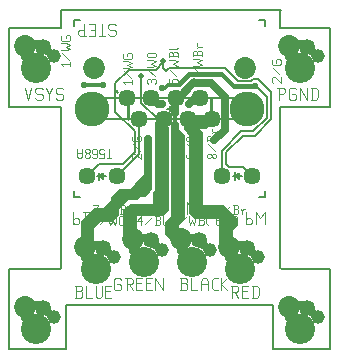
<source format=gbr>
G04 This is an RS-274x file exported by *
G04 gerbv version 2.7.0 *
G04 More information is available about gerbv at *
G04 http://gerbv.geda-project.org/ *
G04 --End of header info--*
%MOIN*%
%FSLAX36Y36*%
%IPPOS*%
G04 --Define apertures--*
%ADD10C,0.0060*%
%ADD11C,0.0030*%
%ADD12C,0.0040*%
%ADD13C,0.0250*%
%ADD14C,0.0100*%
%ADD15C,0.0140*%
%ADD16C,0.0945*%
%ADD17C,0.0669*%
%ADD18C,0.0472*%
%ADD19C,0.0394*%
%ADD20C,0.1102*%
%ADD21C,0.0512*%
%ADD22C,0.0230*%
%ADD23C,0.0200*%
%ADD24C,0.0130*%
%ADD25C,0.0787*%
%ADD26C,0.0492*%
%ADD27C,0.0295*%
%ADD28C,0.0197*%
%ADD29C,0.0354*%
%ADD30C,0.1005*%
%ADD31C,0.0729*%
%ADD32C,0.0532*%
%ADD33C,0.0454*%
%ADD34C,0.1162*%
%ADD35C,0.0572*%
%ADD36C,0.0790*%
%ADD37C,0.0490*%
%ADD38C,0.0300*%
%ADD39C,0.0510*%
%ADD40C,0.0940*%
%ADD41C,0.0350*%
G04 --Start main section--*
G54D10*
G01X0512040Y0980430D02*
G01X0496290Y0964690D01*
G01X0512040Y0964690D02*
G01X0496290Y0980430D01*
G54D11*
G01X0653430Y0578220D02*
G01X0668430Y0578220D01*
G01X0653430Y0578220D02*
G01X0653430Y0563220D01*
G01X0653430Y0563220D02*
G01X0657180Y0566970D01*
G01X0657180Y0566970D02*
G01X0664680Y0566970D01*
G01X0664680Y0566970D02*
G01X0668430Y0563220D01*
G01X0668430Y0563220D02*
G01X0668430Y0551970D01*
G01X0664680Y0548220D02*
G01X0668430Y0551970D01*
G01X0657180Y0548220D02*
G01X0664680Y0548220D01*
G01X0653430Y0551970D02*
G01X0657180Y0548220D01*
G01X0677430Y0551970D02*
G01X0699930Y0574470D01*
G01X0708930Y0578220D02*
G01X0708930Y0563220D01*
G01X0708930Y0563220D02*
G01X0712680Y0548220D01*
G01X0712680Y0548220D02*
G01X0720180Y0563220D01*
G01X0720180Y0563220D02*
G01X0727680Y0548220D01*
G01X0727680Y0548220D02*
G01X0731430Y0563220D01*
G01X0731430Y0578220D02*
G01X0731430Y0563220D01*
G01X0740430Y0548220D02*
G01X0755430Y0548220D01*
G01X0755430Y0548220D02*
G01X0759180Y0551970D01*
G01X0759180Y0560970D02*
G01X0759180Y0551970D01*
G01X0755430Y0564720D02*
G01X0759180Y0560970D01*
G01X0744180Y0564720D02*
G01X0755430Y0564720D01*
G01X0744180Y0578220D02*
G01X0744180Y0548220D01*
G01X0740430Y0578220D02*
G01X0755430Y0578220D01*
G01X0755430Y0578220D02*
G01X0759180Y0574470D01*
G01X0759180Y0574470D02*
G01X0759180Y0568470D01*
G01X0755430Y0564720D02*
G01X0759180Y0568470D01*
G01X0768180Y0578220D02*
G01X0768180Y0551970D01*
G01X0768180Y0551970D02*
G01X0771930Y0548220D01*
G54D12*
G01X0680000Y0605000D02*
G01X0685000Y0600000D01*
G01X0670000Y0605000D02*
G01X0680000Y0605000D01*
G01X0665000Y0600000D02*
G01X0670000Y0605000D01*
G01X0665000Y0600000D02*
G01X0665000Y0590000D01*
G01X0665000Y0590000D02*
G01X0670000Y0585000D01*
G01X0685000Y0605000D02*
G01X0685000Y0590000D01*
G01X0685000Y0590000D02*
G01X0690000Y0585000D01*
G01X0670000Y0585000D02*
G01X0680000Y0585000D01*
G01X0680000Y0585000D02*
G01X0685000Y0590000D01*
G01X0702000Y0625000D02*
G01X0702000Y0585000D01*
G01X0702000Y0625000D02*
G01X0717000Y0605000D01*
G01X0717000Y0605000D02*
G01X0732000Y0625000D01*
G01X0732000Y0625000D02*
G01X0732000Y0585000D01*
G54D11*
G01X0524080Y0766060D02*
G01X0520330Y0769810D01*
G01X0520330Y0781060D02*
G01X0520330Y0769810D01*
G01X0520330Y0781060D02*
G01X0524080Y0784810D01*
G01X0524080Y0784810D02*
G01X0531580Y0784810D01*
G01X0550330Y0766060D02*
G01X0531580Y0784810D01*
G01X0550330Y0784810D02*
G01X0550330Y0766060D01*
G01X0546580Y0793810D02*
G01X0524080Y0816310D01*
G01X0520330Y0840310D02*
G01X0524080Y0844060D01*
G01X0520330Y0840310D02*
G01X0520330Y0829060D01*
G01X0524080Y0825310D02*
G01X0520330Y0829060D01*
G01X0524080Y0825310D02*
G01X0546580Y0825310D01*
G01X0546580Y0825310D02*
G01X0550330Y0829060D01*
G01X0550330Y0840310D02*
G01X0550330Y0829060D01*
G01X0550330Y0840310D02*
G01X0546580Y0844060D01*
G01X0539080Y0844060D02*
G01X0546580Y0844060D01*
G01X0535330Y0840310D02*
G01X0539080Y0844060D01*
G01X0535330Y0840310D02*
G01X0535330Y0832810D01*
G01X0435430Y0771000D02*
G01X0450430Y0771000D01*
G01X0442930Y0801000D02*
G01X0442930Y0771000D01*
G01X0411430Y0771000D02*
G01X0426430Y0771000D01*
G01X0426430Y0786000D02*
G01X0426430Y0771000D01*
G01X0426430Y0786000D02*
G01X0422680Y0782250D01*
G01X0415180Y0782250D02*
G01X0422680Y0782250D01*
G01X0415180Y0782250D02*
G01X0411430Y0786000D01*
G01X0411430Y0797250D02*
G01X0411430Y0786000D01*
G01X0415180Y0801000D02*
G01X0411430Y0797250D01*
G01X0415180Y0801000D02*
G01X0422680Y0801000D01*
G01X0426430Y0797250D02*
G01X0422680Y0801000D01*
G01X0391180Y0771000D02*
G01X0387430Y0774750D01*
G01X0391180Y0771000D02*
G01X0398680Y0771000D01*
G01X0402430Y0774750D02*
G01X0398680Y0771000D01*
G01X0402430Y0797250D02*
G01X0402430Y0774750D01*
G01X0402430Y0797250D02*
G01X0398680Y0801000D01*
G01X0391180Y0784500D02*
G01X0387430Y0788250D01*
G01X0391180Y0784500D02*
G01X0402430Y0784500D01*
G01X0391180Y0801000D02*
G01X0398680Y0801000D01*
G01X0391180Y0801000D02*
G01X0387430Y0797250D01*
G01X0387430Y0797250D02*
G01X0387430Y0788250D01*
G01X0378430Y0797250D02*
G01X0374680Y0801000D01*
G01X0378430Y0797250D02*
G01X0378430Y0791250D01*
G01X0378430Y0791250D02*
G01X0373180Y0786000D01*
G01X0368680Y0786000D02*
G01X0373180Y0786000D01*
G01X0368680Y0786000D02*
G01X0363430Y0791250D01*
G01X0363430Y0797250D02*
G01X0363430Y0791250D01*
G01X0367180Y0801000D02*
G01X0363430Y0797250D01*
G01X0367180Y0801000D02*
G01X0374680Y0801000D01*
G01X0378430Y0780750D02*
G01X0373180Y0786000D01*
G01X0378430Y0780750D02*
G01X0378430Y0774750D01*
G01X0378430Y0774750D02*
G01X0374680Y0771000D01*
G01X0367180Y0771000D02*
G01X0374680Y0771000D01*
G01X0367180Y0771000D02*
G01X0363430Y0774750D01*
G01X0363430Y0780750D02*
G01X0363430Y0774750D01*
G01X0368680Y0786000D02*
G01X0363430Y0780750D01*
G01X0354430Y0801000D02*
G01X0354430Y0778500D01*
G01X0354430Y0778500D02*
G01X0349180Y0771000D01*
G01X0340930Y0771000D02*
G01X0349180Y0771000D01*
G01X0340930Y0771000D02*
G01X0335680Y0778500D01*
G01X0335680Y0801000D02*
G01X0335680Y0778500D01*
G01X0335680Y0786000D02*
G01X0354430Y0786000D01*
G01X0536060Y0559350D02*
G01X0551060Y0578100D01*
G01X0536060Y0559350D02*
G01X0554810Y0559350D01*
G01X0551060Y0578100D02*
G01X0551060Y0548100D01*
G01X0563810Y0551850D02*
G01X0586310Y0574350D01*
G01X0595310Y0548100D02*
G01X0610310Y0548100D01*
G01X0610310Y0548100D02*
G01X0614060Y0551850D01*
G01X0614060Y0560850D02*
G01X0614060Y0551850D01*
G01X0610310Y0564600D02*
G01X0614060Y0560850D01*
G01X0599060Y0564600D02*
G01X0610310Y0564600D01*
G01X0599060Y0578100D02*
G01X0599060Y0548100D01*
G01X0595310Y0578100D02*
G01X0610310Y0578100D01*
G01X0610310Y0578100D02*
G01X0614060Y0574350D01*
G01X0614060Y0574350D02*
G01X0614060Y0568350D01*
G01X0610310Y0564600D02*
G01X0614060Y0568350D01*
G01X0623060Y0578100D02*
G01X0623060Y0551850D01*
G01X0623060Y0551850D02*
G01X0626810Y0548100D01*
G54D12*
G01X0570000Y0605000D02*
G01X0575000Y0600000D01*
G01X0560000Y0605000D02*
G01X0570000Y0605000D01*
G01X0555000Y0600000D02*
G01X0560000Y0605000D01*
G01X0555000Y0600000D02*
G01X0555000Y0590000D01*
G01X0555000Y0590000D02*
G01X0560000Y0585000D01*
G01X0575000Y0605000D02*
G01X0575000Y0590000D01*
G01X0575000Y0590000D02*
G01X0580000Y0585000D01*
G01X0560000Y0585000D02*
G01X0570000Y0585000D01*
G01X0570000Y0585000D02*
G01X0575000Y0590000D01*
G01X0597000Y0625000D02*
G01X0597000Y0585000D01*
G01X0592000Y0625000D02*
G01X0612000Y0625000D01*
G01X0612000Y0625000D02*
G01X0617000Y0620000D01*
G01X0617000Y0620000D02*
G01X0617000Y0610000D01*
G01X0612000Y0605000D02*
G01X0617000Y0610000D01*
G01X0597000Y0605000D02*
G01X0612000Y0605000D01*
G01X0325000Y0590000D02*
G01X0325000Y0550000D01*
G01X0325000Y0555000D02*
G01X0330000Y0550000D01*
G01X0330000Y0550000D02*
G01X0340000Y0550000D01*
G01X0340000Y0550000D02*
G01X0345000Y0555000D01*
G01X0345000Y0565000D02*
G01X0345000Y0555000D01*
G01X0340000Y0570000D02*
G01X0345000Y0565000D01*
G01X0330000Y0570000D02*
G01X0340000Y0570000D01*
G01X0325000Y0565000D02*
G01X0330000Y0570000D01*
G01X0362000Y0590000D02*
G01X0362000Y0550000D01*
G01X0357000Y0590000D02*
G01X0377000Y0590000D01*
G01X0377000Y0590000D02*
G01X0382000Y0585000D01*
G01X0382000Y0585000D02*
G01X0382000Y0575000D01*
G01X0377000Y0570000D02*
G01X0382000Y0575000D01*
G01X0362000Y0570000D02*
G01X0377000Y0570000D01*
G54D11*
G01X0388430Y0572100D02*
G01X0392180Y0575850D01*
G01X0392180Y0575850D02*
G01X0399680Y0575850D01*
G01X0399680Y0575850D02*
G01X0403430Y0572100D01*
G01X0399680Y0545850D02*
G01X0403430Y0549600D01*
G01X0392180Y0545850D02*
G01X0399680Y0545850D01*
G01X0388430Y0549600D02*
G01X0392180Y0545850D01*
G01X0392180Y0562350D02*
G01X0399680Y0562350D01*
G01X0403430Y0572100D02*
G01X0403430Y0566100D01*
G01X0403430Y0558600D02*
G01X0403430Y0549600D01*
G01X0403430Y0558600D02*
G01X0399680Y0562350D01*
G01X0403430Y0566100D02*
G01X0399680Y0562350D01*
G01X0412430Y0549600D02*
G01X0434930Y0572100D01*
G01X0443930Y0575850D02*
G01X0443930Y0560850D01*
G01X0443930Y0560850D02*
G01X0447680Y0545850D01*
G01X0447680Y0545850D02*
G01X0455180Y0560850D01*
G01X0455180Y0560850D02*
G01X0462680Y0545850D01*
G01X0462680Y0545850D02*
G01X0466430Y0560850D01*
G01X0466430Y0575850D02*
G01X0466430Y0560850D01*
G01X0475430Y0572100D02*
G01X0475430Y0549600D01*
G01X0475430Y0572100D02*
G01X0479180Y0575850D01*
G01X0479180Y0575850D02*
G01X0486680Y0575850D01*
G01X0486680Y0575850D02*
G01X0490430Y0572100D01*
G01X0490430Y0572100D02*
G01X0490430Y0549600D01*
G01X0486680Y0545850D02*
G01X0490430Y0549600D01*
G01X0479180Y0545850D02*
G01X0486680Y0545850D01*
G01X0475430Y0549600D02*
G01X0479180Y0545850D01*
G01X0392180Y0582700D02*
G01X0407180Y0612700D01*
G01X0388430Y0612700D02*
G01X0407180Y0612700D01*
G01X0416180Y0586450D02*
G01X0438680Y0608950D01*
G01X0447680Y0612700D02*
G01X0447680Y0597700D01*
G01X0447680Y0597700D02*
G01X0451430Y0582700D01*
G01X0451430Y0582700D02*
G01X0458930Y0597700D01*
G01X0458930Y0597700D02*
G01X0466430Y0582700D01*
G01X0466430Y0582700D02*
G01X0470180Y0597700D01*
G01X0470180Y0612700D02*
G01X0470180Y0597700D01*
G01X0479180Y0582700D02*
G01X0494180Y0582700D01*
G01X0494180Y0582700D02*
G01X0497930Y0586450D01*
G01X0497930Y0595450D02*
G01X0497930Y0586450D01*
G01X0494180Y0599200D02*
G01X0497930Y0595450D01*
G01X0482930Y0599200D02*
G01X0494180Y0599200D01*
G01X0482930Y0612700D02*
G01X0482930Y0582700D01*
G01X0479180Y0612700D02*
G01X0494180Y0612700D01*
G01X0494180Y0612700D02*
G01X0497930Y0608950D01*
G01X0497930Y0608950D02*
G01X0497930Y0602950D01*
G01X0494180Y0599200D02*
G01X0497930Y0602950D01*
G01X0510680Y0593950D02*
G01X0510680Y0582700D01*
G01X0510680Y0593950D02*
G01X0514430Y0597700D01*
G01X0514430Y0597700D02*
G01X0521930Y0597700D01*
G01X0506930Y0597700D02*
G01X0510680Y0593950D01*
G54D12*
G01X0900000Y0590000D02*
G01X0900000Y0550000D01*
G01X0900000Y0555000D02*
G01X0905000Y0550000D01*
G01X0905000Y0550000D02*
G01X0915000Y0550000D01*
G01X0915000Y0550000D02*
G01X0920000Y0555000D01*
G01X0920000Y0565000D02*
G01X0920000Y0555000D01*
G01X0915000Y0570000D02*
G01X0920000Y0565000D01*
G01X0905000Y0570000D02*
G01X0915000Y0570000D01*
G01X0900000Y0565000D02*
G01X0905000Y0570000D01*
G01X0932000Y0590000D02*
G01X0932000Y0550000D01*
G01X0932000Y0590000D02*
G01X0947000Y0570000D01*
G01X0947000Y0570000D02*
G01X0962000Y0590000D01*
G01X0962000Y0590000D02*
G01X0962000Y0550000D01*
G54D11*
G01X0811250Y0576520D02*
G01X0815000Y0572770D01*
G01X0803750Y0576520D02*
G01X0811250Y0576520D01*
G01X0800000Y0572770D02*
G01X0803750Y0576520D01*
G01X0800000Y0572770D02*
G01X0800000Y0550270D01*
G01X0800000Y0550270D02*
G01X0803750Y0546520D01*
G01X0811250Y0563020D02*
G01X0815000Y0559270D01*
G01X0800000Y0563020D02*
G01X0811250Y0563020D01*
G01X0803750Y0546520D02*
G01X0811250Y0546520D01*
G01X0811250Y0546520D02*
G01X0815000Y0550270D01*
G01X0815000Y0559270D02*
G01X0815000Y0550270D01*
G01X0824000Y0550270D02*
G01X0846500Y0572770D01*
G01X0855500Y0572770D02*
G01X0855500Y0550270D01*
G01X0855500Y0572770D02*
G01X0859250Y0576520D01*
G01X0859250Y0576520D02*
G01X0866750Y0576520D01*
G01X0866750Y0576520D02*
G01X0870500Y0572770D01*
G01X0870500Y0572770D02*
G01X0870500Y0550270D01*
G01X0866750Y0546520D02*
G01X0870500Y0550270D01*
G01X0859250Y0546520D02*
G01X0866750Y0546520D01*
G01X0855500Y0550270D02*
G01X0859250Y0546520D01*
G01X0800000Y0587640D02*
G01X0803750Y0583890D01*
G01X0800000Y0593640D02*
G01X0800000Y0587640D01*
G01X0800000Y0593640D02*
G01X0805250Y0598890D01*
G01X0805250Y0598890D02*
G01X0809750Y0598890D01*
G01X0809750Y0598890D02*
G01X0815000Y0593640D01*
G01X0815000Y0593640D02*
G01X0815000Y0587640D01*
G01X0811250Y0583890D02*
G01X0815000Y0587640D01*
G01X0803750Y0583890D02*
G01X0811250Y0583890D01*
G01X0800000Y0604140D02*
G01X0805250Y0598890D01*
G01X0800000Y0610140D02*
G01X0800000Y0604140D01*
G01X0800000Y0610140D02*
G01X0803750Y0613890D01*
G01X0803750Y0613890D02*
G01X0811250Y0613890D01*
G01X0811250Y0613890D02*
G01X0815000Y0610140D01*
G01X0815000Y0610140D02*
G01X0815000Y0604140D01*
G01X0809750Y0598890D02*
G01X0815000Y0604140D01*
G01X0824000Y0587640D02*
G01X0846500Y0610140D01*
G01X0855500Y0583890D02*
G01X0870500Y0583890D01*
G01X0870500Y0583890D02*
G01X0874250Y0587640D01*
G01X0874250Y0596640D02*
G01X0874250Y0587640D01*
G01X0870500Y0600390D02*
G01X0874250Y0596640D01*
G01X0859250Y0600390D02*
G01X0870500Y0600390D01*
G01X0859250Y0613890D02*
G01X0859250Y0583890D01*
G01X0855500Y0613890D02*
G01X0870500Y0613890D01*
G01X0870500Y0613890D02*
G01X0874250Y0610140D01*
G01X0874250Y0610140D02*
G01X0874250Y0604140D01*
G01X0870500Y0600390D02*
G01X0874250Y0604140D01*
G01X0887000Y0595140D02*
G01X0887000Y0583890D01*
G01X0887000Y0595140D02*
G01X0890750Y0598890D01*
G01X0890750Y0598890D02*
G01X0898250Y0598890D01*
G01X0883250Y0598890D02*
G01X0887000Y0595140D01*
G01X0797360Y0770000D02*
G01X0801110Y0773750D01*
G01X0791360Y0770000D02*
G01X0797360Y0770000D01*
G01X0791360Y0770000D02*
G01X0786110Y0775250D01*
G01X0786110Y0779750D02*
G01X0786110Y0775250D01*
G01X0786110Y0779750D02*
G01X0791360Y0785000D01*
G01X0791360Y0785000D02*
G01X0797360Y0785000D01*
G01X0801110Y0781250D02*
G01X0797360Y0785000D01*
G01X0801110Y0781250D02*
G01X0801110Y0773750D01*
G01X0780860Y0770000D02*
G01X0786110Y0775250D01*
G01X0774860Y0770000D02*
G01X0780860Y0770000D01*
G01X0774860Y0770000D02*
G01X0771110Y0773750D01*
G01X0771110Y0781250D02*
G01X0771110Y0773750D01*
G01X0771110Y0781250D02*
G01X0774860Y0785000D01*
G01X0774860Y0785000D02*
G01X0780860Y0785000D01*
G01X0786110Y0779750D02*
G01X0780860Y0785000D01*
G01X0797360Y0794000D02*
G01X0774860Y0816500D01*
G01X0801110Y0840500D02*
G01X0801110Y0825500D01*
G01X0801110Y0840500D02*
G01X0797360Y0844250D01*
G01X0788360Y0844250D02*
G01X0797360Y0844250D01*
G01X0784610Y0840500D02*
G01X0788360Y0844250D01*
G01X0784610Y0840500D02*
G01X0784610Y0829250D01*
G01X0771110Y0829250D02*
G01X0801110Y0829250D01*
G01X0771110Y0840500D02*
G01X0771110Y0825500D01*
G01X0771110Y0840500D02*
G01X0774860Y0844250D01*
G01X0774860Y0844250D02*
G01X0780860Y0844250D01*
G01X0784610Y0840500D02*
G01X0780860Y0844250D01*
G01X0789860Y0857000D02*
G01X0801110Y0857000D01*
G01X0789860Y0857000D02*
G01X0786110Y0860750D01*
G01X0786110Y0868250D02*
G01X0786110Y0860750D01*
G01X0786110Y0853250D02*
G01X0789860Y0857000D01*
G01X0752300Y1022180D02*
G01X0722300Y1037180D01*
G01X0722300Y1037180D02*
G01X0722300Y1018430D01*
G01X0748550Y1046180D02*
G01X0726050Y1068680D01*
G01X0722300Y1077680D02*
G01X0737300Y1077680D01*
G01X0737300Y1077680D02*
G01X0752300Y1081430D01*
G01X0752300Y1081430D02*
G01X0737300Y1088930D01*
G01X0737300Y1088930D02*
G01X0752300Y1096430D01*
G01X0752300Y1096430D02*
G01X0737300Y1100180D01*
G01X0722300Y1100180D02*
G01X0737300Y1100180D01*
G01X0752300Y1124180D02*
G01X0752300Y1109180D01*
G01X0752300Y1124180D02*
G01X0748550Y1127930D01*
G01X0739550Y1127930D02*
G01X0748550Y1127930D01*
G01X0735800Y1124180D02*
G01X0739550Y1127930D01*
G01X0735800Y1124180D02*
G01X0735800Y1112930D01*
G01X0722300Y1112930D02*
G01X0752300Y1112930D01*
G01X0722300Y1124180D02*
G01X0722300Y1109180D01*
G01X0722300Y1124180D02*
G01X0726050Y1127930D01*
G01X0726050Y1127930D02*
G01X0732050Y1127930D01*
G01X0735800Y1124180D02*
G01X0732050Y1127930D01*
G01X0741050Y1140680D02*
G01X0752300Y1140680D01*
G01X0741050Y1140680D02*
G01X0737300Y1144430D01*
G01X0737300Y1151930D02*
G01X0737300Y1144430D01*
G01X0737300Y1136930D02*
G01X0741050Y1140680D01*
G01X0698480Y0781250D02*
G01X0702230Y0785000D01*
G01X0698480Y0781250D02*
G01X0698480Y0773750D01*
G01X0702230Y0770000D02*
G01X0698480Y0773750D01*
G01X0702230Y0770000D02*
G01X0724730Y0770000D01*
G01X0724730Y0770000D02*
G01X0728480Y0773750D01*
G01X0711980Y0781250D02*
G01X0715730Y0785000D01*
G01X0711980Y0781250D02*
G01X0711980Y0770000D01*
G01X0728480Y0781250D02*
G01X0728480Y0773750D01*
G01X0728480Y0781250D02*
G01X0724730Y0785000D01*
G01X0715730Y0785000D02*
G01X0724730Y0785000D01*
G01X0724730Y0794000D02*
G01X0702230Y0816500D01*
G01X0702230Y0825500D02*
G01X0724730Y0825500D01*
G01X0702230Y0825500D02*
G01X0698480Y0829250D01*
G01X0698480Y0836750D02*
G01X0698480Y0829250D01*
G01X0698480Y0836750D02*
G01X0702230Y0840500D01*
G01X0702230Y0840500D02*
G01X0724730Y0840500D01*
G01X0728480Y0836750D02*
G01X0724730Y0840500D01*
G01X0728480Y0836750D02*
G01X0728480Y0829250D01*
G01X0724730Y0825500D02*
G01X0728480Y0829250D01*
G01X0641780Y1033430D02*
G01X0641780Y1018430D01*
G01X0641780Y1018430D02*
G01X0656780Y1018430D01*
G01X0656780Y1018430D02*
G01X0653030Y1022180D01*
G01X0653030Y1029680D02*
G01X0653030Y1022180D01*
G01X0653030Y1029680D02*
G01X0656780Y1033430D01*
G01X0656780Y1033430D02*
G01X0668030Y1033430D01*
G01X0671780Y1029680D02*
G01X0668030Y1033430D01*
G01X0671780Y1029680D02*
G01X0671780Y1022180D01*
G01X0668030Y1018430D02*
G01X0671780Y1022180D01*
G01X0668030Y1042430D02*
G01X0645530Y1064930D01*
G01X0641780Y1073930D02*
G01X0656780Y1073930D01*
G01X0656780Y1073930D02*
G01X0671780Y1077680D01*
G01X0671780Y1077680D02*
G01X0656780Y1085180D01*
G01X0656780Y1085180D02*
G01X0671780Y1092680D01*
G01X0671780Y1092680D02*
G01X0656780Y1096430D01*
G01X0641780Y1096430D02*
G01X0656780Y1096430D01*
G01X0671780Y1120430D02*
G01X0671780Y1105430D01*
G01X0671780Y1120430D02*
G01X0668030Y1124180D01*
G01X0659030Y1124180D02*
G01X0668030Y1124180D01*
G01X0655280Y1120430D02*
G01X0659030Y1124180D01*
G01X0655280Y1120430D02*
G01X0655280Y1109180D01*
G01X0641780Y1109180D02*
G01X0671780Y1109180D01*
G01X0641780Y1120430D02*
G01X0641780Y1105430D01*
G01X0641780Y1120430D02*
G01X0645530Y1124180D01*
G01X0645530Y1124180D02*
G01X0651530Y1124180D01*
G01X0655280Y1120430D02*
G01X0651530Y1124180D01*
G01X0641780Y1133180D02*
G01X0668030Y1133180D01*
G01X0668030Y1133180D02*
G01X0671780Y1136930D01*
G01X0615650Y0766060D02*
G01X0596900Y0781060D01*
G01X0615650Y0784810D02*
G01X0615650Y0766060D01*
G01X0596900Y0781060D02*
G01X0626900Y0781060D01*
G01X0623150Y0793810D02*
G01X0600650Y0816310D01*
G01X0626900Y0840310D02*
G01X0626900Y0825310D01*
G01X0626900Y0840310D02*
G01X0623150Y0844060D01*
G01X0614150Y0844060D02*
G01X0623150Y0844060D01*
G01X0610400Y0840310D02*
G01X0614150Y0844060D01*
G01X0610400Y0840310D02*
G01X0610400Y0829060D01*
G01X0596900Y0829060D02*
G01X0626900Y0829060D01*
G01X0596900Y0840310D02*
G01X0596900Y0825310D01*
G01X0596900Y0840310D02*
G01X0600650Y0844060D01*
G01X0600650Y0844060D02*
G01X0606650Y0844060D01*
G01X0610400Y0840310D02*
G01X0606650Y0844060D01*
G01X0596900Y0853060D02*
G01X0623150Y0853060D01*
G01X0623150Y0853060D02*
G01X0626900Y0856810D01*
G01X0572900Y1018430D02*
G01X0569150Y1022180D01*
G01X0569150Y1029680D02*
G01X0569150Y1022180D01*
G01X0569150Y1029680D02*
G01X0572900Y1033430D01*
G01X0599150Y1029680D02*
G01X0595400Y1033430D01*
G01X0599150Y1029680D02*
G01X0599150Y1022180D01*
G01X0595400Y1018430D02*
G01X0599150Y1022180D01*
G01X0582650Y1029680D02*
G01X0582650Y1022180D01*
G01X0572900Y1033430D02*
G01X0578900Y1033430D01*
G01X0586400Y1033430D02*
G01X0595400Y1033430D01*
G01X0586400Y1033430D02*
G01X0582650Y1029680D01*
G01X0578900Y1033430D02*
G01X0582650Y1029680D01*
G01X0595400Y1042430D02*
G01X0572900Y1064930D01*
G01X0569150Y1073930D02*
G01X0584150Y1073930D01*
G01X0584150Y1073930D02*
G01X0599150Y1077680D01*
G01X0599150Y1077680D02*
G01X0584150Y1085180D01*
G01X0584150Y1085180D02*
G01X0599150Y1092680D01*
G01X0599150Y1092680D02*
G01X0584150Y1096430D01*
G01X0569150Y1096430D02*
G01X0584150Y1096430D01*
G01X0572900Y1105430D02*
G01X0595400Y1105430D01*
G01X0572900Y1105430D02*
G01X0569150Y1109180D01*
G01X0569150Y1116680D02*
G01X0569150Y1109180D01*
G01X0569150Y1116680D02*
G01X0572900Y1120430D01*
G01X0572900Y1120430D02*
G01X0595400Y1120430D01*
G01X0599150Y1116680D02*
G01X0595400Y1120430D01*
G01X0599150Y1116680D02*
G01X0599150Y1109180D01*
G01X0595400Y1105430D02*
G01X0599150Y1109180D01*
G01X0989080Y1021060D02*
G01X0985330Y1024810D01*
G01X0985330Y1036060D02*
G01X0985330Y1024810D01*
G01X0985330Y1036060D02*
G01X0989080Y1039810D01*
G01X0989080Y1039810D02*
G01X0996580Y1039810D01*
G01X1015330Y1021060D02*
G01X0996580Y1039810D01*
G01X1015330Y1039810D02*
G01X1015330Y1021060D01*
G01X1011580Y1048810D02*
G01X0989080Y1071310D01*
G01X0985330Y1095310D02*
G01X0989080Y1099060D01*
G01X0985330Y1095310D02*
G01X0985330Y1084060D01*
G01X0989080Y1080310D02*
G01X0985330Y1084060D01*
G01X0989080Y1080310D02*
G01X1011580Y1080310D01*
G01X1011580Y1080310D02*
G01X1015330Y1084060D01*
G01X1015330Y1095310D02*
G01X1015330Y1084060D01*
G01X1015330Y1095310D02*
G01X1011580Y1099060D01*
G01X1004080Y1099060D02*
G01X1011580Y1099060D01*
G01X1000330Y1095310D02*
G01X1004080Y1099060D01*
G01X1000330Y1095310D02*
G01X1000330Y1087810D01*
G01X0495620Y1017830D02*
G01X0489620Y1023830D01*
G01X0489620Y1023830D02*
G01X0519620Y1023830D01*
G01X0519620Y1029080D02*
G01X0519620Y1017830D01*
G01X0515870Y1038080D02*
G01X0493370Y1060580D01*
G01X0489620Y1069580D02*
G01X0504620Y1069580D01*
G01X0504620Y1069580D02*
G01X0519620Y1073330D01*
G01X0519620Y1073330D02*
G01X0504620Y1080830D01*
G01X0504620Y1080830D02*
G01X0519620Y1088330D01*
G01X0519620Y1088330D02*
G01X0504620Y1092080D01*
G01X0489620Y1092080D02*
G01X0504620Y1092080D01*
G01X0489620Y1116080D02*
G01X0493370Y1119830D01*
G01X0489620Y1116080D02*
G01X0489620Y1104830D01*
G01X0493370Y1101080D02*
G01X0489620Y1104830D01*
G01X0493370Y1101080D02*
G01X0515870Y1101080D01*
G01X0515870Y1101080D02*
G01X0519620Y1104830D01*
G01X0519620Y1116080D02*
G01X0519620Y1104830D01*
G01X0519620Y1116080D02*
G01X0515870Y1119830D01*
G01X0508370Y1119830D02*
G01X0515870Y1119830D01*
G01X0504620Y1116080D02*
G01X0508370Y1119830D01*
G01X0504620Y1116080D02*
G01X0504620Y1108580D01*
G01X0290620Y1077830D02*
G01X0284620Y1083830D01*
G01X0284620Y1083830D02*
G01X0314620Y1083830D01*
G01X0314620Y1089080D02*
G01X0314620Y1077830D01*
G01X0310870Y1098080D02*
G01X0288370Y1120580D01*
G01X0284620Y1129580D02*
G01X0299620Y1129580D01*
G01X0299620Y1129580D02*
G01X0314620Y1133330D01*
G01X0314620Y1133330D02*
G01X0299620Y1140830D01*
G01X0299620Y1140830D02*
G01X0314620Y1148330D01*
G01X0314620Y1148330D02*
G01X0299620Y1152080D01*
G01X0284620Y1152080D02*
G01X0299620Y1152080D01*
G01X0284620Y1176080D02*
G01X0288370Y1179830D01*
G01X0284620Y1176080D02*
G01X0284620Y1164830D01*
G01X0288370Y1161080D02*
G01X0284620Y1164830D01*
G01X0288370Y1161080D02*
G01X0310870Y1161080D01*
G01X0310870Y1161080D02*
G01X0314620Y1164830D01*
G01X0314620Y1176080D02*
G01X0314620Y1164830D01*
G01X0314620Y1176080D02*
G01X0310870Y1179830D01*
G01X0303370Y1179830D02*
G01X0310870Y1179830D01*
G01X0299620Y1176080D02*
G01X0303370Y1179830D01*
G01X0299620Y1176080D02*
G01X0299620Y1168580D01*
G54D13*
G01X1044570Y0274800D02*
G01X1044570Y0235430D01*
G01X1044570Y0235430D02*
G01X1080000Y0200000D01*
G01X1044570Y0280000D02*
G01X1094490Y0280000D01*
G01X1139060Y0239370D02*
G01X1135120Y0239370D01*
G01X1094490Y0280000D02*
G01X1135120Y0239370D01*
G01X0684570Y0499800D02*
G01X0684570Y0460430D01*
G01X0684570Y0460430D02*
G01X0720000Y0425000D01*
G01X0684570Y0505000D02*
G01X0734490Y0505000D01*
G01X0779060Y0464370D02*
G01X0775120Y0464370D01*
G01X0734490Y0505000D02*
G01X0775120Y0464370D01*
G01X0844570Y0474800D02*
G01X0844570Y0435430D01*
G01X0844570Y0435430D02*
G01X0880000Y0400000D01*
G01X0844570Y0480000D02*
G01X0894490Y0480000D01*
G01X0939060Y0439370D02*
G01X0935120Y0439370D01*
G01X0894490Y0480000D02*
G01X0935120Y0439370D01*
G01X0164570Y0274800D02*
G01X0164570Y0235430D01*
G01X0164570Y0235430D02*
G01X0200000Y0200000D01*
G01X0164570Y0280000D02*
G01X0214490Y0280000D01*
G01X0259060Y0239370D02*
G01X0255120Y0239370D01*
G01X0214490Y0280000D02*
G01X0255120Y0239370D01*
G01X0524570Y0499800D02*
G01X0524570Y0460430D01*
G01X0524570Y0460430D02*
G01X0560000Y0425000D01*
G01X0524570Y0505000D02*
G01X0574490Y0505000D01*
G01X0619060Y0464370D02*
G01X0615120Y0464370D01*
G01X0574490Y0505000D02*
G01X0615120Y0464370D01*
G01X0364570Y0474800D02*
G01X0364570Y0435430D01*
G01X0364570Y0435430D02*
G01X0400000Y0400000D01*
G01X0364570Y0480000D02*
G01X0414490Y0480000D01*
G01X0459060Y0439370D02*
G01X0455120Y0439370D01*
G01X0414490Y0480000D02*
G01X0455120Y0439370D01*
G01X1044570Y1144800D02*
G01X1044570Y1105430D01*
G01X1044570Y1105430D02*
G01X1080000Y1070000D01*
G01X1044570Y1150000D02*
G01X1094490Y1150000D01*
G01X1139060Y1109370D02*
G01X1135120Y1109370D01*
G01X1094490Y1150000D02*
G01X1135120Y1109370D01*
G01X0164570Y1144800D02*
G01X0164570Y1105430D01*
G01X0164570Y1105430D02*
G01X0200000Y1070000D01*
G01X0164570Y1150000D02*
G01X0214490Y1150000D01*
G01X0259060Y1109370D02*
G01X0255120Y1109370D01*
G01X0214490Y1150000D02*
G01X0255120Y1109370D01*
G54D10*
G01X0877440Y0710200D02*
G01X0885310Y0710200D01*
G01X0855790Y0710200D02*
G01X0863660Y0710200D01*
G01X0863660Y0722010D02*
G01X0863660Y0698390D01*
G01X0877440Y0720040D02*
G01X0877440Y0700350D01*
G01X0867600Y0710200D02*
G01X0877440Y0720040D01*
G01X0877440Y0700350D02*
G01X0867600Y0710200D01*
G01X0424490Y0699610D02*
G01X0414650Y0709450D01*
G01X0414650Y0709450D02*
G01X0424490Y0719290D01*
G01X0424490Y0719290D02*
G01X0424490Y0699610D01*
G01X0410710Y0721260D02*
G01X0410710Y0697640D01*
G01X0402830Y0709450D02*
G01X0410710Y0709450D01*
G01X0424490Y0709450D02*
G01X0432360Y0709450D01*
G54D14*
G01X0505390Y0970430D02*
G01X0505390Y0899570D01*
G01X0784920Y0970430D02*
G01X0784920Y0899570D01*
G54D10*
G01X0430590Y0970430D02*
G01X0861690Y0970430D01*
G01X0430590Y0899570D02*
G01X0861690Y0899570D01*
G01X0637280Y0935000D02*
G01X0653030Y0935000D01*
G01X0645160Y0942870D02*
G01X0645160Y0927130D01*
G01X0964060Y1230280D02*
G01X0964060Y1210590D01*
G01X0944370Y1230280D02*
G01X0964060Y1230280D01*
G01X0326260Y1230280D02*
G01X0326260Y1210590D01*
G01X0326260Y1230280D02*
G01X0345940Y1230280D01*
G01X0964060Y0659410D02*
G01X0964060Y0639720D01*
G01X0944370Y0639720D02*
G01X0964060Y0639720D01*
G01X0326260Y0659410D02*
G01X0326260Y0639720D01*
G01X0326260Y0639720D02*
G01X0345940Y0639720D01*
G01X0473900Y0986180D02*
G01X0464060Y0996020D01*
G01X0473900Y0996020D02*
G01X0464060Y0986180D01*
G54D12*
G01X0680000Y0330000D02*
G01X0700000Y0330000D01*
G01X0700000Y0330000D02*
G01X0705000Y0335000D01*
G01X0705000Y0347000D02*
G01X0705000Y0335000D01*
G01X0700000Y0352000D02*
G01X0705000Y0347000D01*
G01X0685000Y0352000D02*
G01X0700000Y0352000D01*
G01X0685000Y0370000D02*
G01X0685000Y0330000D01*
G01X0680000Y0370000D02*
G01X0700000Y0370000D01*
G01X0700000Y0370000D02*
G01X0705000Y0365000D01*
G01X0705000Y0365000D02*
G01X0705000Y0357000D01*
G01X0700000Y0352000D02*
G01X0705000Y0357000D01*
G01X0717000Y0370000D02*
G01X0717000Y0330000D01*
G01X0717000Y0330000D02*
G01X0737000Y0330000D01*
G01X0749000Y0360000D02*
G01X0749000Y0330000D01*
G01X0749000Y0360000D02*
G01X0756000Y0370000D01*
G01X0756000Y0370000D02*
G01X0767000Y0370000D01*
G01X0767000Y0370000D02*
G01X0774000Y0360000D01*
G01X0774000Y0360000D02*
G01X0774000Y0330000D01*
G01X0749000Y0350000D02*
G01X0774000Y0350000D01*
G01X0793000Y0330000D02*
G01X0806000Y0330000D01*
G01X0786000Y0337000D02*
G01X0793000Y0330000D01*
G01X0786000Y0363000D02*
G01X0786000Y0337000D01*
G01X0786000Y0363000D02*
G01X0793000Y0370000D01*
G01X0793000Y0370000D02*
G01X0806000Y0370000D01*
G01X0818000Y0370000D02*
G01X0818000Y0330000D01*
G01X0818000Y0350000D02*
G01X0838000Y0370000D01*
G01X0818000Y0350000D02*
G01X0838000Y0330000D01*
G01X0850000Y0345000D02*
G01X0870000Y0345000D01*
G01X0870000Y0345000D02*
G01X0875000Y0340000D01*
G01X0875000Y0340000D02*
G01X0875000Y0330000D01*
G01X0870000Y0325000D02*
G01X0875000Y0330000D01*
G01X0855000Y0325000D02*
G01X0870000Y0325000D01*
G01X0855000Y0345000D02*
G01X0855000Y0305000D01*
G01X0863000Y0325000D02*
G01X0875000Y0305000D01*
G01X0887000Y0327000D02*
G01X0902000Y0327000D01*
G01X0887000Y0305000D02*
G01X0907000Y0305000D01*
G01X0887000Y0345000D02*
G01X0887000Y0305000D01*
G01X0887000Y0345000D02*
G01X0907000Y0345000D01*
G01X0924000Y0345000D02*
G01X0924000Y0305000D01*
G01X0937000Y0345000D02*
G01X0944000Y0338000D01*
G01X0944000Y0338000D02*
G01X0944000Y0312000D01*
G01X0937000Y0305000D02*
G01X0944000Y0312000D01*
G01X0919000Y0305000D02*
G01X0937000Y0305000D01*
G01X0919000Y0345000D02*
G01X0937000Y0345000D01*
G01X0480000Y0370000D02*
G01X0485000Y0365000D01*
G01X0465000Y0370000D02*
G01X0480000Y0370000D01*
G01X0460000Y0365000D02*
G01X0465000Y0370000D01*
G01X0460000Y0365000D02*
G01X0460000Y0335000D01*
G01X0460000Y0335000D02*
G01X0465000Y0330000D01*
G01X0465000Y0330000D02*
G01X0480000Y0330000D01*
G01X0480000Y0330000D02*
G01X0485000Y0335000D01*
G01X0485000Y0345000D02*
G01X0485000Y0335000D01*
G01X0480000Y0350000D02*
G01X0485000Y0345000D01*
G01X0470000Y0350000D02*
G01X0480000Y0350000D01*
G01X0497000Y0370000D02*
G01X0517000Y0370000D01*
G01X0517000Y0370000D02*
G01X0522000Y0365000D01*
G01X0522000Y0365000D02*
G01X0522000Y0355000D01*
G01X0517000Y0350000D02*
G01X0522000Y0355000D01*
G01X0502000Y0350000D02*
G01X0517000Y0350000D01*
G01X0502000Y0370000D02*
G01X0502000Y0330000D01*
G01X0510000Y0350000D02*
G01X0522000Y0330000D01*
G01X0534000Y0352000D02*
G01X0549000Y0352000D01*
G01X0534000Y0330000D02*
G01X0554000Y0330000D01*
G01X0534000Y0370000D02*
G01X0534000Y0330000D01*
G01X0534000Y0370000D02*
G01X0554000Y0370000D01*
G01X0566000Y0352000D02*
G01X0581000Y0352000D01*
G01X0566000Y0330000D02*
G01X0586000Y0330000D01*
G01X0566000Y0370000D02*
G01X0566000Y0330000D01*
G01X0566000Y0370000D02*
G01X0586000Y0370000D01*
G01X0598000Y0370000D02*
G01X0598000Y0330000D01*
G01X0598000Y0370000D02*
G01X0623000Y0330000D01*
G01X0623000Y0370000D02*
G01X0623000Y0330000D01*
G01X0330000Y0305000D02*
G01X0350000Y0305000D01*
G01X0350000Y0305000D02*
G01X0355000Y0310000D01*
G01X0355000Y0322000D02*
G01X0355000Y0310000D01*
G01X0350000Y0327000D02*
G01X0355000Y0322000D01*
G01X0335000Y0327000D02*
G01X0350000Y0327000D01*
G01X0335000Y0345000D02*
G01X0335000Y0305000D01*
G01X0330000Y0345000D02*
G01X0350000Y0345000D01*
G01X0350000Y0345000D02*
G01X0355000Y0340000D01*
G01X0355000Y0340000D02*
G01X0355000Y0332000D01*
G01X0350000Y0327000D02*
G01X0355000Y0332000D01*
G01X0367000Y0345000D02*
G01X0367000Y0305000D01*
G01X0367000Y0305000D02*
G01X0387000Y0305000D01*
G01X0399000Y0345000D02*
G01X0399000Y0310000D01*
G01X0399000Y0310000D02*
G01X0404000Y0305000D01*
G01X0404000Y0305000D02*
G01X0414000Y0305000D01*
G01X0414000Y0305000D02*
G01X0419000Y0310000D01*
G01X0419000Y0345000D02*
G01X0419000Y0310000D01*
G01X0431000Y0327000D02*
G01X0446000Y0327000D01*
G01X0431000Y0305000D02*
G01X0451000Y0305000D01*
G01X0431000Y0345000D02*
G01X0431000Y0305000D01*
G01X0431000Y0345000D02*
G01X0451000Y0345000D01*
G01X0446360Y1177610D02*
G01X0441360Y1182610D01*
G01X0446360Y1177610D02*
G01X0461360Y1177610D01*
G01X0466360Y1182610D02*
G01X0461360Y1177610D01*
G01X0466360Y1192610D02*
G01X0466360Y1182610D01*
G01X0466360Y1192610D02*
G01X0461360Y1197610D01*
G01X0446360Y1197610D02*
G01X0461360Y1197610D01*
G01X0446360Y1197610D02*
G01X0441360Y1202610D01*
G01X0441360Y1212610D02*
G01X0441360Y1202610D01*
G01X0446360Y1217610D02*
G01X0441360Y1212610D01*
G01X0446360Y1217610D02*
G01X0461360Y1217610D01*
G01X0466360Y1212610D02*
G01X0461360Y1217610D01*
G01X0409360Y1177610D02*
G01X0429360Y1177610D01*
G01X0419360Y1217610D02*
G01X0419360Y1177610D01*
G01X0382360Y1195610D02*
G01X0397360Y1195610D01*
G01X0377360Y1217610D02*
G01X0397360Y1217610D01*
G01X0397360Y1217610D02*
G01X0397360Y1177610D01*
G01X0377360Y1177610D02*
G01X0397360Y1177610D01*
G01X0360360Y1217610D02*
G01X0360360Y1177610D01*
G01X0345360Y1177610D02*
G01X0365360Y1177610D01*
G01X0345360Y1177610D02*
G01X0340360Y1182610D01*
G01X0340360Y1192610D02*
G01X0340360Y1182610D01*
G01X0345360Y1197610D02*
G01X0340360Y1192610D01*
G01X0345360Y1197610D02*
G01X0360360Y1197610D01*
G01X1010000Y1005000D02*
G01X1010000Y0965000D01*
G01X1005000Y1005000D02*
G01X1025000Y1005000D01*
G01X1025000Y1005000D02*
G01X1030000Y1000000D01*
G01X1030000Y1000000D02*
G01X1030000Y0990000D01*
G01X1025000Y0985000D02*
G01X1030000Y0990000D01*
G01X1010000Y0985000D02*
G01X1025000Y0985000D01*
G01X1062000Y1005000D02*
G01X1067000Y1000000D01*
G01X1047000Y1005000D02*
G01X1062000Y1005000D01*
G01X1042000Y1000000D02*
G01X1047000Y1005000D01*
G01X1042000Y1000000D02*
G01X1042000Y0970000D01*
G01X1042000Y0970000D02*
G01X1047000Y0965000D01*
G01X1047000Y0965000D02*
G01X1062000Y0965000D01*
G01X1062000Y0965000D02*
G01X1067000Y0970000D01*
G01X1067000Y0980000D02*
G01X1067000Y0970000D01*
G01X1062000Y0985000D02*
G01X1067000Y0980000D01*
G01X1052000Y0985000D02*
G01X1062000Y0985000D01*
G01X1079000Y1005000D02*
G01X1079000Y0965000D01*
G01X1079000Y1005000D02*
G01X1104000Y0965000D01*
G01X1104000Y1005000D02*
G01X1104000Y0965000D01*
G01X1121000Y1005000D02*
G01X1121000Y0965000D01*
G01X1134000Y1005000D02*
G01X1141000Y0998000D01*
G01X1141000Y0998000D02*
G01X1141000Y0972000D01*
G01X1134000Y0965000D02*
G01X1141000Y0972000D01*
G01X1116000Y0965000D02*
G01X1134000Y0965000D01*
G01X1116000Y1005000D02*
G01X1134000Y1005000D01*
G01X0165000Y1005000D02*
G01X0175000Y0965000D01*
G01X0175000Y0965000D02*
G01X0185000Y1005000D01*
G01X0217000Y1005000D02*
G01X0222000Y1000000D01*
G01X0202000Y1005000D02*
G01X0217000Y1005000D01*
G01X0197000Y1000000D02*
G01X0202000Y1005000D01*
G01X0197000Y1000000D02*
G01X0197000Y0990000D01*
G01X0197000Y0990000D02*
G01X0202000Y0985000D01*
G01X0202000Y0985000D02*
G01X0217000Y0985000D01*
G01X0217000Y0985000D02*
G01X0222000Y0980000D01*
G01X0222000Y0980000D02*
G01X0222000Y0970000D01*
G01X0217000Y0965000D02*
G01X0222000Y0970000D01*
G01X0202000Y0965000D02*
G01X0217000Y0965000D01*
G01X0197000Y0970000D02*
G01X0202000Y0965000D01*
G01X0234000Y1005000D02*
G01X0244000Y0985000D01*
G01X0244000Y0985000D02*
G01X0254000Y1005000D01*
G01X0244000Y0985000D02*
G01X0244000Y0965000D01*
G01X0286000Y1005000D02*
G01X0291000Y1000000D01*
G01X0271000Y1005000D02*
G01X0286000Y1005000D01*
G01X0266000Y1000000D02*
G01X0271000Y1005000D01*
G01X0266000Y1000000D02*
G01X0266000Y0990000D01*
G01X0266000Y0990000D02*
G01X0271000Y0985000D01*
G01X0271000Y0985000D02*
G01X0286000Y0985000D01*
G01X0286000Y0985000D02*
G01X0291000Y0980000D01*
G01X0291000Y0980000D02*
G01X0291000Y0970000D01*
G01X0286000Y0965000D02*
G01X0291000Y0970000D01*
G01X0271000Y0965000D02*
G01X0286000Y0965000D01*
G01X0266000Y0970000D02*
G01X0271000Y0965000D01*
G01X0000000Y0000000D02*
G54D13*
G01X0785710Y0899570D02*
G01X0705390Y0899570D01*
G01X0785710Y0899570D02*
G01X0774570Y0899570D01*
G01X0785430Y0899570D02*
G01X0784570Y0899570D01*
G01X0784570Y0899570D02*
G01X0765000Y0880000D01*
G01X0765000Y0880000D02*
G01X0724960Y0880000D01*
G01X0724960Y0880000D02*
G01X0705390Y0899570D01*
G01X0745550Y0970430D02*
G01X0730430Y0970430D01*
G01X0730430Y0970430D02*
G01X0710000Y0950000D01*
G54D10*
G01X0940000Y1005000D02*
G01X0860000Y1005000D01*
G01X0970000Y0975000D02*
G01X0940000Y1005000D01*
G01X0820000Y1045000D02*
G01X0860000Y1005000D01*
G54D15*
G01X0860000Y1010000D02*
G01X0930000Y1010000D01*
G54D10*
G01X0925000Y0860000D02*
G01X0885000Y0860000D01*
G01X0970000Y0905000D02*
G01X0925000Y0860000D01*
G01X0970000Y0975000D02*
G01X0970000Y0905000D01*
G01X0715000Y1045000D02*
G01X0820000Y1045000D01*
G01X0544760Y0785000D02*
G01X0544760Y0899570D01*
G01X0820000Y0710550D02*
G01X0820350Y0710200D01*
G01X0820000Y0795000D02*
G01X0820000Y0710550D01*
G01X0885000Y0860000D02*
G01X0820000Y0795000D01*
G01X0544760Y0785000D02*
G01X0469960Y0710200D01*
G01X0680000Y1010000D02*
G01X0715000Y1045000D01*
G01X0640000Y1010000D02*
G01X0680000Y1010000D01*
G54D15*
G01X0640000Y1015000D02*
G01X0675000Y1015000D01*
G54D10*
G01X0635000Y1005000D02*
G01X0640000Y1010000D01*
G01X0620000Y1005000D02*
G01X0635000Y1005000D01*
G01X0620000Y1005000D02*
G01X0625000Y1005000D01*
G54D15*
G01X0620000Y1005000D02*
G01X0630000Y1005000D01*
G01X0630000Y1005000D02*
G01X0640000Y1015000D01*
G01X0675000Y1015000D02*
G01X0710000Y1050000D01*
G01X0710000Y1050000D02*
G01X0820000Y1050000D01*
G01X0820000Y1050000D02*
G01X0860000Y1010000D01*
G01X0425000Y1015000D02*
G01X0360000Y1015000D01*
G54D13*
G01X0705390Y0899570D02*
G01X0705390Y0869610D01*
G01X0725000Y0879960D02*
G01X0705390Y0899570D01*
G01X0725000Y0865000D02*
G01X0730000Y0865000D01*
G01X0705390Y0869610D02*
G01X0725000Y0850000D01*
G01X0730000Y0865000D02*
G01X0745000Y0850000D01*
G01X0745000Y0850000D02*
G01X0745000Y0605000D01*
G01X0725000Y0590000D02*
G01X0725000Y0879960D01*
G01X0815000Y0580000D02*
G01X0735000Y0580000D01*
G01X0735000Y0580000D02*
G01X0725000Y0590000D01*
G01X0745000Y0605000D02*
G01X0750000Y0600000D01*
G01X0750000Y0600000D02*
G01X0820000Y0600000D01*
G01X0844570Y0474800D02*
G01X0844570Y0550430D01*
G01X0844570Y0550430D02*
G01X0815000Y0580000D01*
G01X0820000Y0600000D02*
G01X0860000Y0560000D01*
G01X0860000Y0560000D02*
G01X0860000Y0550430D01*
G01X0860000Y0550430D02*
G01X0844570Y0535000D01*
G01X0822500Y0572500D02*
G01X0822500Y0496870D01*
G01X0822500Y0496870D02*
G01X0844570Y0474800D01*
G01X0450000Y0590000D02*
G01X0400000Y0590000D01*
G01X0400000Y0590000D02*
G01X0364570Y0554570D01*
G01X0380000Y0540000D02*
G01X0410000Y0570000D01*
G01X0410000Y0570000D02*
G01X0450000Y0570000D01*
G01X0450000Y0570000D02*
G01X0465000Y0585000D01*
G01X0364570Y0474800D02*
G01X0364570Y0489570D01*
G01X0364570Y0489570D02*
G01X0380000Y0505000D01*
G01X0364570Y0474800D02*
G01X0364570Y0554570D01*
G01X0380000Y0505000D02*
G01X0380000Y0540000D01*
G01X0575000Y0670000D02*
G01X0560000Y0655000D01*
G01X0555000Y0670000D02*
G01X0540000Y0655000D01*
G01X0555000Y0665000D02*
G01X0555000Y0690000D01*
G01X0555000Y0690000D02*
G01X0555000Y0670000D01*
G01X0465000Y0585000D02*
G01X0465000Y0635000D01*
G01X0515000Y0655000D02*
G01X0450000Y0590000D01*
G01X0465000Y0635000D02*
G01X0485000Y0655000D01*
G01X0560000Y0655000D02*
G01X0485000Y0655000D01*
G01X0515000Y0655000D02*
G01X0520000Y0655000D01*
G01X0502500Y0642500D02*
G01X0532500Y0642500D01*
G01X0465000Y0625000D02*
G01X0430000Y0590000D01*
G01X0532500Y0642500D02*
G01X0555000Y0665000D01*
G01X0575000Y0710000D02*
G01X0520000Y0655000D01*
G01X0575000Y0710000D02*
G01X0555000Y0690000D01*
G01X0575000Y0720000D02*
G01X0575000Y0670000D01*
G01X0584920Y0970430D02*
G01X0605350Y0950000D01*
G01X0605350Y0950000D02*
G01X0620000Y0950000D01*
G01X0575000Y0835000D02*
G01X0575000Y0710000D01*
G54D10*
G01X0890940Y0740000D02*
G01X0920750Y0710200D01*
G01X0845000Y0740000D02*
G01X0890940Y0740000D01*
G01X0835000Y0750000D02*
G01X0845000Y0740000D01*
G01X0835000Y0790000D02*
G01X0835000Y0750000D01*
G01X0890000Y0845000D02*
G01X0835000Y0790000D01*
G01X0930000Y0845000D02*
G01X0890000Y0845000D01*
G01X0985000Y0900000D02*
G01X0930000Y0845000D01*
G01X0530000Y0860000D02*
G01X0530000Y0790000D01*
G01X0465000Y0925000D02*
G01X0530000Y0860000D01*
G01X0465000Y1020000D02*
G01X0465000Y0925000D01*
G01X0510000Y1065000D02*
G01X0465000Y1020000D01*
G01X0625000Y1090000D02*
G01X0600000Y1065000D01*
G01X0635000Y1060000D02*
G01X0625000Y1070000D01*
G01X0600000Y1065000D02*
G01X0510000Y1065000D01*
G01X0625000Y1095000D02*
G01X0625000Y1090000D01*
G01X0550000Y0955000D02*
G01X0550000Y1045000D01*
G01X0625000Y1070000D02*
G01X0625000Y1095000D01*
G01X0625080Y0899570D02*
G01X0605430Y0899570D01*
G54D13*
G01X0625000Y0899490D02*
G01X0625080Y0899570D01*
G01X0625080Y0899570D02*
G01X0625080Y0895080D01*
G01X0625000Y0870000D02*
G01X0630000Y0865000D01*
G54D10*
G01X0605430Y0899570D02*
G01X0550000Y0955000D01*
G54D13*
G01X0610000Y0847000D02*
G01X0629000Y0866000D01*
G01X0610000Y0884490D02*
G01X0625080Y0899570D01*
G54D10*
G01X0985000Y0900000D02*
G01X0985000Y0990000D01*
G01X0985000Y0990000D02*
G01X0940000Y1035000D01*
G01X0940000Y1035000D02*
G01X0925000Y1035000D01*
G01X0925000Y1035000D02*
G01X0917500Y1027500D01*
G01X0917500Y1027500D02*
G01X0872500Y1027500D01*
G01X0872500Y1027500D02*
G01X0830000Y1070000D01*
G01X0830000Y1070000D02*
G01X0645000Y1070000D01*
G01X0645000Y1070000D02*
G01X0635000Y1060000D01*
G01X0409370Y0750000D02*
G01X0369570Y0710200D01*
G01X0490000Y0750000D02*
G01X0409370Y0750000D01*
G01X0530000Y0790000D02*
G01X0490000Y0750000D01*
G54D13*
G01X0524570Y0584570D02*
G01X0530000Y0590000D01*
G01X0530000Y0590000D02*
G01X0615000Y0590000D01*
G01X0615000Y0590000D02*
G01X0625000Y0600000D01*
G01X0630000Y0600000D02*
G01X0620000Y0590000D01*
G01X0620000Y0590000D02*
G01X0565000Y0590000D01*
G01X0605000Y0610000D02*
G01X0600000Y0605000D01*
G01X0625000Y0600000D02*
G01X0625000Y0899490D01*
G01X0630000Y0865000D02*
G01X0630000Y0600000D01*
G01X0605000Y0605000D02*
G01X0605000Y0649000D01*
G01X0605000Y0649000D02*
G01X0610000Y0654000D01*
G01X0610000Y0654000D02*
G01X0610000Y0884490D01*
G01X0600000Y0605000D02*
G01X0520000Y0605000D01*
G01X0520000Y0605000D02*
G01X0505000Y0590000D01*
G01X0505000Y0590000D02*
G01X0505000Y0519370D01*
G01X0524570Y0499800D02*
G01X0524570Y0584570D01*
G01X0505000Y0519370D02*
G01X0524570Y0499800D01*
G01X0665000Y0519370D02*
G01X0684570Y0499800D01*
G01X0685000Y0570000D02*
G01X0665000Y0550000D01*
G01X0665000Y0570000D02*
G01X0645000Y0550000D01*
G01X0645000Y0550000D02*
G01X0645000Y0520000D01*
G01X0645000Y0520000D02*
G01X0665000Y0500000D01*
G01X0665000Y0500000D02*
G01X0685000Y0500000D01*
G01X0665000Y0970200D02*
G01X0665240Y0970430D01*
G01X0665240Y0970430D02*
G01X0675430Y0970430D01*
G01X0665000Y0860000D02*
G01X0685000Y0840000D01*
G54D15*
G01X0665000Y0920000D02*
G01X0665000Y0880000D01*
G54D13*
G01X0665000Y0970200D02*
G01X0665000Y0920000D01*
G01X0685000Y0840000D02*
G01X0685000Y0570000D01*
G01X0665000Y0880000D02*
G01X0665000Y0519370D01*
G01X0675430Y0970430D02*
G01X0725000Y1020000D01*
G01X0725000Y1020000D02*
G01X0785000Y1020000D01*
G01X0785000Y1020000D02*
G01X0830000Y0975000D01*
G01X0830000Y0975000D02*
G01X0830000Y0865000D01*
G01X0830000Y0865000D02*
G01X0795000Y0830000D01*
G54D16*
G01X1080000Y1070000D03*
G54D17*
G01X1044570Y1144800D03*
G54D18*
G01X1103620Y1140870D03*
G54D19*
G01X1139060Y1109370D03*
G54D17*
G01X0897130Y1070040D03*
G54D20*
G01X0905000Y0935000D03*
G54D16*
G01X1080000Y0200000D03*
G54D17*
G01X1044570Y0274800D03*
G54D18*
G01X1103620Y0270870D03*
G54D19*
G01X1139060Y0239370D03*
G54D18*
G01X0743620Y0495870D03*
G54D19*
G01X0779060Y0464370D03*
G54D17*
G01X0844570Y0474800D03*
G54D18*
G01X0903620Y0470870D03*
G54D21*
G01X0820350Y0710200D03*
G01X0920750Y0710200D03*
G54D16*
G01X0200000Y1070000D03*
G54D17*
G01X0164570Y1144800D03*
G54D18*
G01X0223620Y1140870D03*
G54D19*
G01X0259060Y1109370D03*
G54D17*
G01X0393190Y1070040D03*
G54D20*
G01X0385310Y0935000D03*
G54D21*
G01X0584920Y0970430D03*
G01X0504610Y0970430D03*
G01X0544760Y0899570D03*
G01X0665240Y0970430D03*
G01X0745550Y0970430D03*
G01X0625080Y0899570D03*
G01X0705390Y0899570D03*
G01X0785710Y0899570D03*
G54D16*
G01X0200000Y0200000D03*
G54D17*
G01X0164570Y0274800D03*
G54D18*
G01X0223620Y0270870D03*
G54D19*
G01X0259060Y0239370D03*
G54D16*
G01X0720000Y0425000D03*
G01X0880000Y0400000D03*
G54D19*
G01X0939060Y0439370D03*
G54D16*
G01X0560000Y0425000D03*
G01X0400000Y0400000D03*
G54D19*
G01X0459060Y0439370D03*
G54D17*
G01X0684570Y0499800D03*
G01X0524570Y0499800D03*
G54D18*
G01X0583620Y0495870D03*
G54D19*
G01X0619060Y0464370D03*
G54D17*
G01X0364570Y0474800D03*
G54D18*
G01X0423620Y0470870D03*
G54D21*
G01X0369570Y0710200D03*
G01X0469960Y0710200D03*
G54D22*
G01X0930000Y1010000D03*
G01X0795000Y0830000D03*
G54D23*
G01X0550000Y1045000D03*
G01X0625000Y1095000D03*
G54D22*
G01X0425000Y1015000D03*
G01X0360000Y1015000D03*
G01X0620000Y1005000D03*
G01X0575000Y0835000D03*
G01X0545000Y0665000D03*
G01X0675000Y0820000D03*
G01X0675000Y0660000D03*
G01X0735000Y0790000D03*
G01X0735000Y0665000D03*
G01X0620000Y0800000D03*
G01X0620000Y0660000D03*
G01X0000000Y0000000D02*
G54D10*
G01X1015310Y1265000D02*
G01X0285000Y1265000D01*
G01X1015000Y1265000D02*
G01X1015000Y1205000D01*
G01X1015000Y1205000D02*
G01X1180000Y1205000D01*
G01X1015000Y0405000D02*
G01X1020000Y0400000D01*
G01X1020000Y0400000D02*
G01X1180000Y0400000D01*
G01X1180000Y0400000D02*
G01X1180000Y0135000D01*
G01X1015000Y0405000D02*
G01X1015000Y0940000D01*
G01X1180000Y1205000D02*
G01X1180000Y0940000D01*
G01X1180000Y0940000D02*
G01X1015000Y0940000D01*
G01X1180000Y0135000D02*
G01X0990000Y0135000D01*
G01X0280000Y0400000D02*
G01X0285000Y0405000D01*
G01X0280000Y0400000D02*
G01X0110000Y0400000D01*
G01X0110000Y0400000D02*
G01X0110000Y0135000D01*
G01X0110000Y0135000D02*
G01X0300000Y0135000D01*
G01X0300000Y0135000D02*
G01X0300000Y0280000D01*
G01X0990000Y0135000D02*
G01X0990000Y0280000D01*
G01X0990000Y0280000D02*
G01X0300000Y0280000D01*
G01X0285000Y1265000D02*
G01X0285000Y1205000D01*
G01X0110000Y1205000D02*
G01X0110000Y0940000D01*
G01X0110000Y0940000D02*
G01X0285000Y0940000D01*
G01X0285000Y0940000D02*
G01X0285000Y0405000D01*
G01X0110000Y1205000D02*
G01X0285000Y1205000D01*
G01X0000000Y0000000D02*
G54D30*
G01X1080000Y1070000D03*
G54D31*
G01X1044570Y1144800D03*
G54D32*
G01X1103620Y1140870D03*
G54D33*
G01X1139060Y1109370D03*
G54D31*
G01X0897130Y1070040D03*
G54D34*
G01X0905000Y0935000D03*
G54D30*
G01X1080000Y0200000D03*
G54D31*
G01X1044570Y0274800D03*
G54D32*
G01X1103620Y0270870D03*
G54D33*
G01X1139060Y0239370D03*
G54D32*
G01X0743620Y0495870D03*
G54D33*
G01X0779060Y0464370D03*
G54D31*
G01X0844570Y0474800D03*
G54D32*
G01X0903620Y0470870D03*
G54D35*
G01X0820350Y0710200D03*
G01X0920750Y0710200D03*
G54D30*
G01X0200000Y1070000D03*
G54D31*
G01X0164570Y1144800D03*
G54D32*
G01X0223620Y1140870D03*
G54D33*
G01X0259060Y1109370D03*
G54D31*
G01X0393190Y1070040D03*
G54D34*
G01X0385310Y0935000D03*
G54D35*
G01X0584920Y0970430D03*
G01X0504610Y0970430D03*
G01X0544760Y0899570D03*
G01X0665240Y0970430D03*
G01X0745550Y0970430D03*
G01X0625080Y0899570D03*
G01X0705390Y0899570D03*
G01X0785710Y0899570D03*
G54D30*
G01X0200000Y0200000D03*
G54D31*
G01X0164570Y0274800D03*
G54D32*
G01X0223620Y0270870D03*
G54D33*
G01X0259060Y0239370D03*
G54D30*
G01X0720000Y0425000D03*
G01X0880000Y0400000D03*
G54D33*
G01X0939060Y0439370D03*
G54D30*
G01X0560000Y0425000D03*
G01X0400000Y0400000D03*
G54D33*
G01X0459060Y0439370D03*
G54D31*
G01X0684570Y0499800D03*
G01X0524570Y0499800D03*
G54D32*
G01X0583620Y0495870D03*
G54D33*
G01X0619060Y0464370D03*
G54D31*
G01X0364570Y0474800D03*
G54D32*
G01X0423620Y0470870D03*
G54D35*
G01X0369570Y0710200D03*
G01X0469960Y0710200D03*
G01X0000000Y0000000D02*
G54D14*
G01X0550000Y1045000D03*
G01X0625000Y1095000D03*
G54D24*
G01X0360000Y1015000D03*
G01X0425000Y1015000D03*
G01X0545000Y0665000D03*
G01X0575000Y0835000D03*
G01X0620000Y1005000D03*
G01X0620000Y0800000D03*
G01X0620000Y0660000D03*
G01X0675000Y0820000D03*
G01X0675000Y0660000D03*
G01X0735000Y0790000D03*
G01X0735000Y0665000D03*
G01X0795000Y0830000D03*
G01X0930000Y1010000D03*
G54D23*
G01X0259100Y1109400D03*
G01X0259100Y0239400D03*
G01X0459100Y0439400D03*
G01X0619100Y0464400D03*
G01X0779100Y0464400D03*
G01X0939100Y0439400D03*
G01X1139100Y1109400D03*
G01X1139100Y0239400D03*
G54D38*
G01X0223600Y1140900D03*
G01X0223600Y0270900D03*
G01X0423600Y0470900D03*
G01X0583600Y0495900D03*
G01X0743600Y0495900D03*
G01X0903600Y0470900D03*
G01X1103600Y1140900D03*
G01X1103600Y0270900D03*
G54D41*
G01X0369600Y0710200D03*
G01X0470000Y0710200D03*
G01X0504600Y0970400D03*
G01X0544800Y0899600D03*
G01X0584900Y0970400D03*
G01X0625100Y0899600D03*
G01X0665200Y0970400D03*
G01X0705400Y0899600D03*
G01X0745600Y0970400D03*
G01X0785700Y0899600D03*
G01X0820400Y0710200D03*
G01X0920700Y0710200D03*
G54D37*
G01X0164600Y1144800D03*
G01X0164600Y0274800D03*
G01X0364600Y0474800D03*
G01X0524600Y0499800D03*
G01X0684600Y0499800D03*
G01X0844600Y0474800D03*
G01X1044600Y1144800D03*
G01X1044600Y0274800D03*
G54D39*
G01X0393200Y1070000D03*
G01X0897100Y1070000D03*
G54D36*
G01X0200000Y1070000D03*
G01X0200000Y0200000D03*
G01X0400000Y0400000D03*
G01X0560000Y0425000D03*
G01X0720000Y0425000D03*
G01X0880000Y0400000D03*
G01X1080000Y1070000D03*
G01X1080000Y0200000D03*
G54D40*
G01X0385300Y0935000D03*
G01X0905000Y0935000D03*
M02*

</source>
